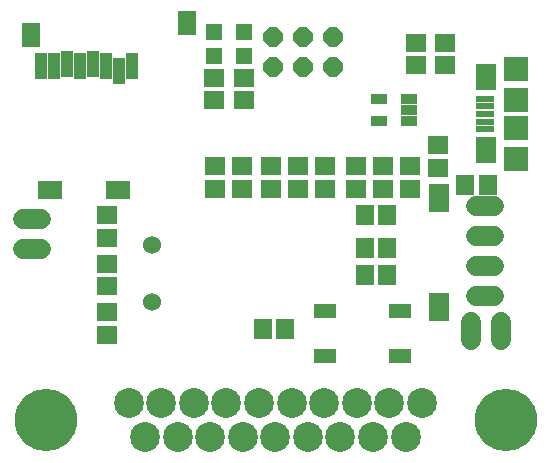
<source format=gbs>
G04 EAGLE Gerber RS-274X export*
G75*
%MOMM*%
%FSLAX34Y34*%
%LPD*%
%INSoldermask Bottom*%
%IPPOS*%
%AMOC8*
5,1,8,0,0,1.08239X$1,22.5*%
G01*
%ADD10R,1.003200X2.203200*%
%ADD11R,2.003200X1.603200*%
%ADD12R,1.603200X2.103200*%
%ADD13C,2.528200*%
%ADD14C,5.283200*%
%ADD15C,1.524000*%
%ADD16R,1.453200X0.853200*%
%ADD17R,1.703200X1.503200*%
%ADD18R,1.503200X1.703200*%
%ADD19R,1.403200X1.403200*%
%ADD20R,1.803200X2.383200*%
%ADD21C,1.727200*%
%ADD22P,1.759533X8X202.500000*%
%ADD23R,1.553200X0.603200*%
%ADD24R,1.803200X2.303200*%
%ADD25R,2.103200X2.003200*%
%ADD26R,2.103200X2.103200*%
%ADD27R,1.903200X1.203200*%


D10*
X108300Y362450D03*
X97300Y358450D03*
X86300Y362450D03*
X75300Y364450D03*
X64300Y362450D03*
X53300Y364450D03*
X42300Y362450D03*
X31300Y362450D03*
D11*
X39400Y256950D03*
X96400Y256950D03*
D12*
X23400Y388450D03*
X154900Y398450D03*
D13*
X354084Y76654D03*
X326398Y76654D03*
X298966Y76654D03*
X271280Y76654D03*
X243594Y76654D03*
X216162Y76654D03*
X188476Y76654D03*
X160790Y76654D03*
X133358Y76654D03*
X105672Y76654D03*
X340368Y48206D03*
X312682Y48206D03*
X284996Y48206D03*
X257564Y48206D03*
X229878Y48206D03*
X202192Y48206D03*
X174760Y48206D03*
X147074Y48206D03*
X119388Y48206D03*
D14*
X36076Y62430D03*
X425204Y62430D03*
D15*
X125730Y210820D03*
X125730Y162560D03*
D16*
X342700Y334520D03*
X342700Y325120D03*
X342700Y315720D03*
X317700Y315720D03*
X317700Y334520D03*
D17*
X203200Y352400D03*
X203200Y333400D03*
X367785Y295072D03*
X367785Y276072D03*
X344170Y277470D03*
X344170Y258470D03*
X321310Y258470D03*
X321310Y277470D03*
X201985Y277362D03*
X201985Y258362D03*
X87376Y176047D03*
X87376Y195047D03*
X87376Y236068D03*
X87376Y217068D03*
X87376Y134899D03*
X87376Y153899D03*
X298503Y277470D03*
X298503Y258470D03*
D18*
X390550Y261747D03*
X409550Y261747D03*
X305460Y235839D03*
X324460Y235839D03*
D17*
X249174Y258343D03*
X249174Y277343D03*
X179070Y258470D03*
X179070Y277470D03*
X349197Y382041D03*
X349197Y363041D03*
X272288Y258343D03*
X272288Y277343D03*
X373327Y382041D03*
X373327Y363041D03*
D18*
X219100Y139700D03*
X238100Y139700D03*
X305587Y185166D03*
X324587Y185166D03*
D17*
X225897Y277362D03*
X225897Y258362D03*
D19*
X203200Y370500D03*
X203200Y391500D03*
X177800Y370500D03*
X177800Y391500D03*
D20*
X368300Y250470D03*
X368300Y158470D03*
D17*
X177800Y352400D03*
X177800Y333400D03*
D18*
X324460Y208407D03*
X305460Y208407D03*
D21*
X400026Y243866D02*
X415266Y243866D01*
X415266Y218466D02*
X400026Y218466D01*
X400026Y193066D02*
X415266Y193066D01*
X415266Y167666D02*
X400026Y167666D01*
X395196Y145981D02*
X395196Y130741D01*
X420596Y130741D02*
X420596Y145981D01*
D22*
X278524Y361923D03*
X278524Y387323D03*
X253124Y361923D03*
X253124Y387323D03*
X227724Y361923D03*
X227724Y387323D03*
D21*
X31750Y232410D02*
X16510Y232410D01*
X16510Y207010D02*
X31750Y207010D01*
D23*
X407035Y321818D03*
X407035Y328318D03*
X407035Y315318D03*
X407035Y334818D03*
X407035Y308818D03*
D24*
X408285Y352818D03*
X408285Y290818D03*
D25*
X433785Y359818D03*
X433785Y283818D03*
D26*
X433785Y333818D03*
X433785Y309818D03*
D27*
X272030Y116890D03*
X335030Y116890D03*
X272030Y154890D03*
X335030Y154890D03*
M02*

</source>
